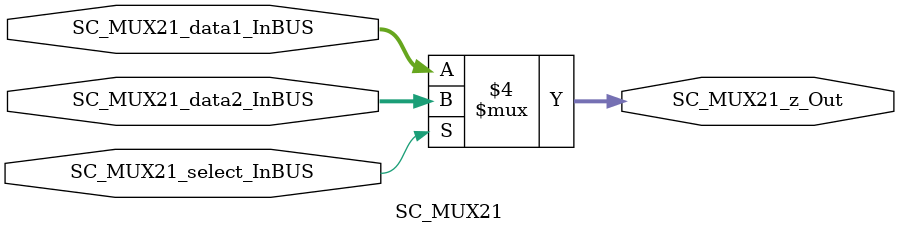
<source format=v>
module SC_MUX21 (
//////////// OUTPUTS //////////
	SC_MUX21_z_Out,
//////////// INPUTS //////////
	SC_MUX21_select_InBUS,
	SC_MUX21_data1_InBUS,
	SC_MUX21_data2_InBUS,
);
//=======================================================
//  PARAMETER declarations
//=======================================================
parameter NUMBER_DATAWIDTH = 8;
//=======================================================
//  PORT declarations
//=======================================================
output reg [NUMBER_DATAWIDTH-1:0] SC_MUX21_z_Out;
input 	[NUMBER_DATAWIDTH-1:0] SC_MUX21_data1_InBUS;
input 	[NUMBER_DATAWIDTH-1:0] SC_MUX21_data2_InBUS;
input 	SC_MUX21_select_InBUS;
//=======================================================
//  REG/WIRE declarations
//=======================================================

//=======================================================
//  Structural coding
//=====================================
always @(*)
begin
   if(SC_MUX21_select_InBUS == 1'b0)
      SC_MUX21_z_Out = SC_MUX21_data1_InBUS;
   else
      SC_MUX21_z_Out = SC_MUX21_data2_InBUS;

end

endmodule
</source>
